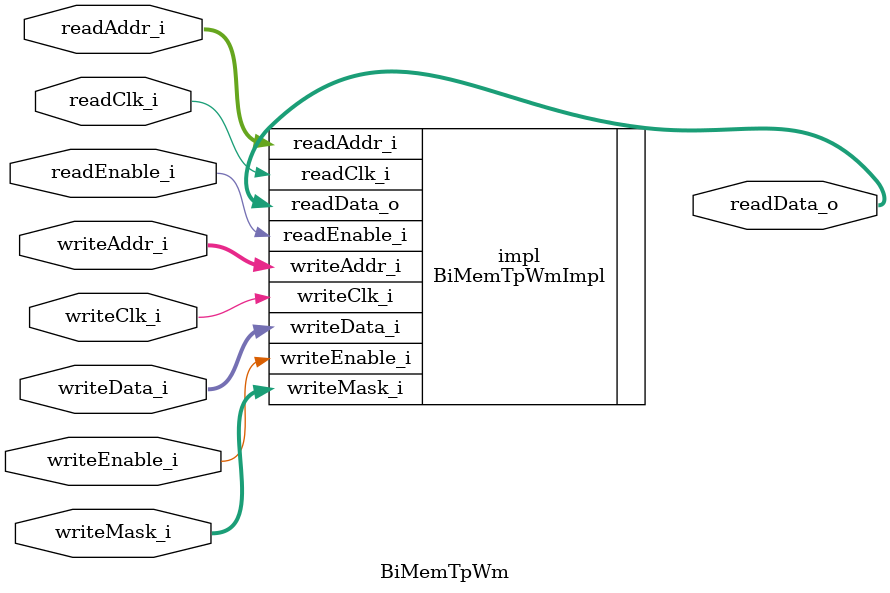
<source format=sv>

`default_nettype none



module BiMemTpWm #(
    parameter PROFILE = "default",
    parameter WIDTH = 16,
    parameter HEIGHT = 16,
    parameter MASK = 4
) (
    input   wire logic                      readClk_i,
    input   wire logic                      readEnable_i,
    input   wire logic[$clog2(HEIGHT)-1:0]  readAddr_i,
    output  wire logic[WIDTH-1:0]           readData_o,
    input   wire logic                      writeClk_i,
    input   wire logic                      writeEnable_i,
    input   wire logic[MASK-1:0]            writeMask_i,
    input   wire logic[$clog2(HEIGHT)-1:0]  writeAddr_i,
    input   wire logic[WIDTH-1:0]           writeData_i
);

`ifdef NOPF

    SimMemMask #(
        .WIDTH      (WIDTH),
        .LENGTH     (HEIGHT),
        .MASK       (MASK)
    ) impl (
        .aClk_i     (readClk_i),
        .aAddr_i    (readAddr_i),
        .aDataIn_i  ({WIDTH{1'b0}}),
        .aDataOut_o (readData_o),
        .aEn_i      (readEnable_i),
        .aWr_i      ({MASK{1'b0}}),

        .bClk_i     (writeClk_i),
        .bAddr_i    (writeAddr_i),
        .bDataIn_i  (writeData_i),
        .bDataOut_o (),
        .bEn_i      (writeEnable_i),
        .bWr_i      (writeMask_i)
    );

`else

    //implementation has to be provided by the toplevel project trying to use
    //this mem. The profile parameter is used to distinguish between different
    //versions of memories used in different places

    BiMemTpWmImpl #(
        .PROFILE        (PROFILE),
        .WIDTH          (WIDTH),
        .HEIGHT         (HEIGHT),
        .MASK           (MASK)
    ) impl (
        .readClk_i      (readClk_i),
        .readEnable_i   (readEnable_i),
        .readAddr_i     (readAddr_i),
        .readData_o     (readData_o),
        .writeClk_i     (writeClk_i),
        .writeEnable_i  (writeEnable_i),
        .writeMask_i    (writeMask_i),
        .writeAddr_i    (writeAddr_i),
        .writeData_i    (writeData_i)
    );

`endif

endmodule
</source>
